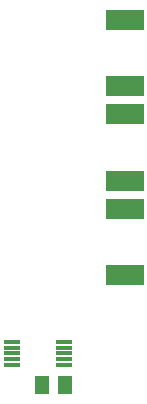
<source format=gtp>
G04 #@! TF.GenerationSoftware,KiCad,Pcbnew,5.1.5*
G04 #@! TF.CreationDate,2020-04-17T15:55:13+02:00*
G04 #@! TF.ProjectId,eco_measurement_ina226,65636f5f-6d65-4617-9375-72656d656e74,rev?*
G04 #@! TF.SameCoordinates,Original*
G04 #@! TF.FileFunction,Paste,Top*
G04 #@! TF.FilePolarity,Positive*
%FSLAX46Y46*%
G04 Gerber Fmt 4.6, Leading zero omitted, Abs format (unit mm)*
G04 Created by KiCad (PCBNEW 5.1.5) date 2020-04-17 15:55:13*
%MOMM*%
%LPD*%
G04 APERTURE LIST*
%ADD10R,3.200000X1.800000*%
%ADD11R,1.450000X0.300000*%
%ADD12R,1.300000X1.500000*%
G04 APERTURE END LIST*
D10*
X148851100Y-105028600D03*
X148851100Y-110628600D03*
X148851100Y-97003600D03*
X148851100Y-102603600D03*
X148851100Y-88978600D03*
X148851100Y-94578600D03*
D11*
X139316900Y-116242100D03*
X139316900Y-116742100D03*
X139316900Y-118242100D03*
X139316900Y-117742100D03*
X143716900Y-118242100D03*
X143716900Y-117742100D03*
X143716900Y-116242100D03*
X143716900Y-116742100D03*
X139316900Y-117242100D03*
X143716900Y-117242100D03*
D12*
X141888400Y-119958500D03*
X143788400Y-119958500D03*
M02*

</source>
